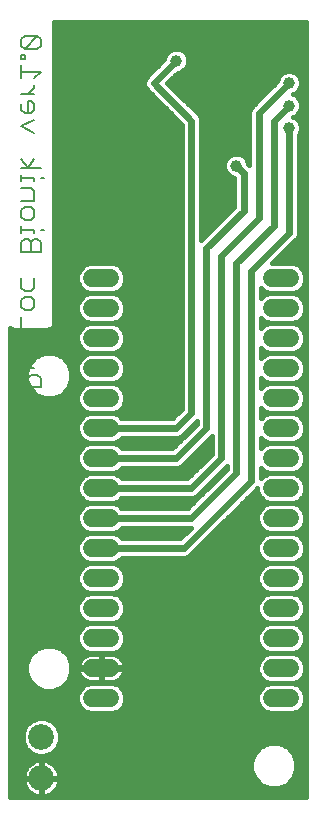
<source format=gbl>
G75*
%MOIN*%
%OFA0B0*%
%FSLAX24Y24*%
%IPPOS*%
%LPD*%
%AMOC8*
5,1,8,0,0,1.08239X$1,22.5*
%
%ADD10C,0.0060*%
%ADD11C,0.0600*%
%ADD12C,0.0860*%
%ADD13C,0.0160*%
%ADD14C,0.0240*%
%ADD15C,0.0396*%
D10*
X001599Y014036D02*
X002239Y014036D01*
X002239Y014356D01*
X002132Y014463D01*
X001919Y014463D01*
X001812Y014356D01*
X001812Y014036D01*
X001812Y014249D02*
X001599Y014463D01*
X001705Y014680D02*
X001599Y014787D01*
X001599Y015107D01*
X001492Y015107D02*
X001385Y015001D01*
X001385Y014894D01*
X001492Y015107D02*
X002026Y015107D01*
X001919Y015325D02*
X002026Y015432D01*
X002026Y015752D01*
X002239Y015969D02*
X001599Y015969D01*
X001599Y016396D01*
X001705Y016614D02*
X001599Y016721D01*
X001599Y016934D01*
X001705Y017041D01*
X001919Y017041D01*
X002026Y016934D01*
X002026Y016721D01*
X001919Y016614D01*
X001705Y016614D01*
X001705Y017259D02*
X001599Y017365D01*
X001599Y017686D01*
X001705Y017259D02*
X001919Y017259D01*
X002026Y017365D01*
X002026Y017686D01*
X001919Y018548D02*
X001919Y018868D01*
X001812Y018975D01*
X001705Y018975D01*
X001599Y018868D01*
X001599Y018548D01*
X002239Y018548D01*
X002239Y018868D01*
X002132Y018975D01*
X002026Y018975D01*
X001919Y018868D01*
X002026Y019192D02*
X002026Y019299D01*
X001599Y019299D01*
X001599Y019192D02*
X001599Y019406D01*
X001705Y019622D02*
X001599Y019729D01*
X001599Y019942D01*
X001705Y020049D01*
X001919Y020049D01*
X002026Y019942D01*
X002026Y019729D01*
X001919Y019622D01*
X001705Y019622D01*
X001599Y020266D02*
X002026Y020266D01*
X002026Y020587D01*
X001919Y020693D01*
X001599Y020693D01*
X001599Y020911D02*
X001599Y021125D01*
X001599Y021018D02*
X002026Y021018D01*
X002026Y020911D01*
X002239Y021018D02*
X002346Y021018D01*
X002239Y021341D02*
X001599Y021341D01*
X001812Y021341D02*
X001599Y021661D01*
X001812Y021341D02*
X002026Y021661D01*
X002026Y022522D02*
X001599Y022736D01*
X002026Y022949D01*
X001919Y023167D02*
X002026Y023274D01*
X002026Y023487D01*
X001919Y023594D01*
X001812Y023594D01*
X001812Y023167D01*
X001705Y023167D02*
X001919Y023167D01*
X001705Y023167D02*
X001599Y023274D01*
X001599Y023487D01*
X001599Y023811D02*
X002026Y023811D01*
X001812Y023811D02*
X002026Y024025D01*
X002026Y024132D01*
X002026Y024349D02*
X002239Y024562D01*
X001599Y024562D01*
X001599Y024349D02*
X001599Y024776D01*
X001599Y024993D02*
X001599Y025100D01*
X001705Y025100D01*
X001705Y024993D01*
X001599Y024993D01*
X001705Y025315D02*
X001599Y025422D01*
X001599Y025636D01*
X001705Y025742D01*
X002132Y025742D01*
X001705Y025315D01*
X002132Y025315D01*
X002239Y025422D01*
X002239Y025636D01*
X002132Y025742D01*
X002239Y019299D02*
X002346Y019299D01*
X001705Y015752D02*
X001599Y015645D01*
X001599Y015325D01*
X001812Y015645D02*
X001705Y015752D01*
X001812Y015645D02*
X001812Y015432D01*
X001919Y015325D01*
X002026Y014680D02*
X001705Y014680D01*
D11*
X003969Y014680D02*
X004569Y014680D01*
X004569Y013680D02*
X003969Y013680D01*
X003969Y012680D02*
X004569Y012680D01*
X004569Y011680D02*
X003969Y011680D01*
X003969Y010680D02*
X004569Y010680D01*
X004569Y009680D02*
X003969Y009680D01*
X003969Y008680D02*
X004569Y008680D01*
X004569Y007680D02*
X003969Y007680D01*
X003969Y006680D02*
X004569Y006680D01*
X004569Y005680D02*
X003969Y005680D01*
X003969Y004680D02*
X004569Y004680D01*
X004569Y003680D02*
X003969Y003680D01*
X003969Y015680D02*
X004569Y015680D01*
X004569Y016680D02*
X003969Y016680D01*
X003969Y017680D02*
X004569Y017680D01*
X009969Y017680D02*
X010569Y017680D01*
X010569Y016680D02*
X009969Y016680D01*
X009969Y015680D02*
X010569Y015680D01*
X010569Y014680D02*
X009969Y014680D01*
X009969Y013680D02*
X010569Y013680D01*
X010569Y012680D02*
X009969Y012680D01*
X009969Y011680D02*
X010569Y011680D01*
X010569Y010680D02*
X009969Y010680D01*
X009969Y009680D02*
X010569Y009680D01*
X010569Y008680D02*
X009969Y008680D01*
X009969Y007680D02*
X010569Y007680D01*
X010569Y006680D02*
X009969Y006680D01*
X009969Y005680D02*
X010569Y005680D01*
X010569Y004680D02*
X009969Y004680D01*
X009969Y003680D02*
X010569Y003680D01*
D12*
X002269Y002389D03*
X002269Y001011D03*
D13*
X001219Y000380D02*
X001219Y016004D01*
X001219Y016003D01*
X001238Y015991D01*
X001259Y015981D01*
X001280Y015974D01*
X001302Y015969D01*
X001324Y015966D01*
X002513Y015966D01*
X002535Y015969D01*
X002557Y015974D01*
X002578Y015981D01*
X002599Y015991D01*
X002618Y016003D01*
X002635Y016017D01*
X002651Y016033D01*
X002665Y016050D01*
X002677Y016069D01*
X002687Y016090D01*
X002694Y016111D01*
X002699Y016133D01*
X002702Y016155D01*
X002702Y026175D01*
X002699Y026197D01*
X002694Y026219D01*
X002692Y026226D01*
X011089Y026226D01*
X011089Y000380D01*
X001219Y000380D01*
X001219Y000509D02*
X001922Y000509D01*
X001949Y000489D02*
X002034Y000445D01*
X002126Y000416D01*
X002220Y000401D01*
X002250Y000401D01*
X002250Y000992D01*
X002287Y000992D01*
X002287Y000401D01*
X002317Y000401D01*
X002411Y000416D01*
X002503Y000445D01*
X002588Y000489D01*
X002666Y000545D01*
X002734Y000613D01*
X002790Y000691D01*
X002834Y000777D01*
X002863Y000868D01*
X002879Y000963D01*
X002879Y000992D01*
X002287Y000992D01*
X002287Y001029D01*
X002879Y001029D01*
X002879Y001059D01*
X002863Y001154D01*
X002834Y001245D01*
X002790Y001330D01*
X002734Y001408D01*
X002666Y001476D01*
X002588Y001532D01*
X002503Y001576D01*
X002411Y001606D01*
X002317Y001621D01*
X002287Y001621D01*
X002287Y001029D01*
X002250Y001029D01*
X002250Y000992D01*
X001659Y000992D01*
X001659Y000963D01*
X001674Y000868D01*
X001703Y000777D01*
X001747Y000691D01*
X001803Y000613D01*
X001871Y000545D01*
X001949Y000489D01*
X001764Y000667D02*
X001219Y000667D01*
X001219Y000826D02*
X001687Y000826D01*
X001659Y000984D02*
X001219Y000984D01*
X001219Y001143D02*
X001672Y001143D01*
X001674Y001154D02*
X001659Y001059D01*
X001659Y001029D01*
X002250Y001029D01*
X002250Y001621D01*
X002220Y001621D01*
X002126Y001606D01*
X002034Y001576D01*
X001949Y001532D01*
X001871Y001476D01*
X001803Y001408D01*
X001747Y001330D01*
X001703Y001245D01*
X001674Y001154D01*
X001732Y001301D02*
X001219Y001301D01*
X001219Y001460D02*
X001855Y001460D01*
X001912Y001855D02*
X001734Y002032D01*
X001639Y002263D01*
X001639Y002514D01*
X001734Y002746D01*
X001912Y002923D01*
X002143Y003019D01*
X002394Y003019D01*
X002625Y002923D01*
X002803Y002746D01*
X002899Y002514D01*
X002899Y002263D01*
X002803Y002032D01*
X002625Y001855D01*
X002394Y001759D01*
X002143Y001759D01*
X001912Y001855D01*
X001831Y001935D02*
X001219Y001935D01*
X001219Y001777D02*
X002100Y001777D01*
X002203Y001618D02*
X001219Y001618D01*
X001219Y002094D02*
X001709Y002094D01*
X001643Y002252D02*
X001219Y002252D01*
X001219Y002411D02*
X001639Y002411D01*
X001661Y002569D02*
X001219Y002569D01*
X001219Y002728D02*
X001727Y002728D01*
X001875Y002886D02*
X001219Y002886D01*
X001219Y003045D02*
X011089Y003045D01*
X011089Y003203D02*
X010724Y003203D01*
X010668Y003180D02*
X010852Y003256D01*
X010992Y003397D01*
X011069Y003581D01*
X011069Y003779D01*
X010992Y003963D01*
X010852Y004104D01*
X010668Y004180D01*
X009869Y004180D01*
X009685Y004104D01*
X009545Y003963D01*
X009469Y003779D01*
X009469Y003581D01*
X009545Y003397D01*
X009685Y003256D01*
X009869Y003180D01*
X010668Y003180D01*
X010957Y003362D02*
X011089Y003362D01*
X011089Y003520D02*
X011043Y003520D01*
X011069Y003679D02*
X011089Y003679D01*
X011089Y003837D02*
X011045Y003837D01*
X011089Y003996D02*
X010960Y003996D01*
X011089Y004154D02*
X010731Y004154D01*
X010668Y004180D02*
X010852Y004256D01*
X010992Y004397D01*
X011069Y004581D01*
X011069Y004779D01*
X010992Y004963D01*
X010852Y005104D01*
X010668Y005180D01*
X009869Y005180D01*
X009685Y005104D01*
X009545Y004963D01*
X009469Y004779D01*
X009469Y004581D01*
X009545Y004397D01*
X009685Y004256D01*
X009869Y004180D01*
X010668Y004180D01*
X010908Y004313D02*
X011089Y004313D01*
X011089Y004471D02*
X011023Y004471D01*
X011069Y004630D02*
X011089Y004630D01*
X011089Y004788D02*
X011065Y004788D01*
X011089Y004947D02*
X010999Y004947D01*
X011089Y005105D02*
X010849Y005105D01*
X010852Y005256D02*
X010668Y005180D01*
X009869Y005180D01*
X009685Y005256D01*
X009545Y005397D01*
X009469Y005581D01*
X009469Y005779D01*
X009545Y005963D01*
X009685Y006104D01*
X009869Y006180D01*
X010668Y006180D01*
X010852Y006104D01*
X010992Y005963D01*
X011069Y005779D01*
X011069Y005581D01*
X010992Y005397D01*
X010852Y005256D01*
X010859Y005264D02*
X011089Y005264D01*
X011089Y005422D02*
X011003Y005422D01*
X011068Y005581D02*
X011089Y005581D01*
X011089Y005739D02*
X011069Y005739D01*
X011089Y005898D02*
X011020Y005898D01*
X011089Y006056D02*
X010900Y006056D01*
X010852Y006256D02*
X010992Y006397D01*
X011069Y006581D01*
X011069Y006779D01*
X010992Y006963D01*
X010852Y007104D01*
X010668Y007180D01*
X009869Y007180D01*
X009685Y007104D01*
X009545Y006963D01*
X009469Y006779D01*
X009469Y006581D01*
X009545Y006397D01*
X009685Y006256D01*
X009869Y006180D01*
X010668Y006180D01*
X010852Y006256D01*
X010751Y006215D02*
X011089Y006215D01*
X011089Y006373D02*
X010969Y006373D01*
X011048Y006532D02*
X011089Y006532D01*
X011089Y006690D02*
X011069Y006690D01*
X011089Y006849D02*
X011040Y006849D01*
X011089Y007007D02*
X010949Y007007D01*
X011089Y007166D02*
X010703Y007166D01*
X010668Y007180D02*
X010852Y007256D01*
X010992Y007397D01*
X011069Y007581D01*
X011069Y007779D01*
X010992Y007963D01*
X010852Y008104D01*
X010668Y008180D01*
X009869Y008180D01*
X009685Y008104D01*
X009545Y007963D01*
X009469Y007779D01*
X009469Y007581D01*
X009545Y007397D01*
X009685Y007256D01*
X009869Y007180D01*
X010668Y007180D01*
X010920Y007324D02*
X011089Y007324D01*
X011089Y007483D02*
X011028Y007483D01*
X011069Y007641D02*
X011089Y007641D01*
X011089Y007800D02*
X011060Y007800D01*
X011089Y007958D02*
X010995Y007958D01*
X011089Y008117D02*
X010821Y008117D01*
X010852Y008256D02*
X010992Y008397D01*
X011069Y008581D01*
X011069Y008779D01*
X010992Y008963D01*
X010852Y009104D01*
X010668Y009180D01*
X009869Y009180D01*
X009685Y009104D01*
X009545Y008963D01*
X009469Y008779D01*
X009469Y008581D01*
X009545Y008397D01*
X009685Y008256D01*
X009869Y008180D01*
X010668Y008180D01*
X010852Y008256D01*
X010871Y008275D02*
X011089Y008275D01*
X011089Y008434D02*
X011008Y008434D01*
X011069Y008592D02*
X011089Y008592D01*
X011089Y008751D02*
X011069Y008751D01*
X011089Y008909D02*
X011015Y008909D01*
X011089Y009068D02*
X010888Y009068D01*
X010852Y009256D02*
X010992Y009397D01*
X011069Y009581D01*
X011069Y009779D01*
X010992Y009963D01*
X010852Y010104D01*
X010668Y010180D01*
X009869Y010180D01*
X009685Y010104D01*
X009545Y009963D01*
X009469Y009779D01*
X009469Y009581D01*
X009545Y009397D01*
X009685Y009256D01*
X009869Y009180D01*
X010668Y009180D01*
X010852Y009256D01*
X010779Y009226D02*
X011089Y009226D01*
X011089Y009385D02*
X010980Y009385D01*
X011053Y009543D02*
X011089Y009543D01*
X011089Y009702D02*
X011069Y009702D01*
X011089Y009860D02*
X011035Y009860D01*
X011089Y010019D02*
X010937Y010019D01*
X011089Y010177D02*
X010675Y010177D01*
X010668Y010180D02*
X010852Y010256D01*
X010992Y010397D01*
X011069Y010581D01*
X011069Y010779D01*
X010992Y010963D01*
X010852Y011104D01*
X010668Y011180D01*
X010852Y011256D01*
X010992Y011397D01*
X011069Y011581D01*
X011069Y011779D01*
X010992Y011963D01*
X010852Y012104D01*
X010668Y012180D01*
X010852Y012256D01*
X010992Y012397D01*
X011069Y012581D01*
X011069Y012779D01*
X010992Y012963D01*
X010852Y013104D01*
X010668Y013180D01*
X010852Y013256D01*
X010992Y013397D01*
X011069Y013581D01*
X011069Y013779D01*
X010992Y013963D01*
X010852Y014104D01*
X010668Y014180D01*
X010852Y014256D01*
X010992Y014397D01*
X011069Y014581D01*
X011069Y014779D01*
X010992Y014963D01*
X010852Y015104D01*
X010668Y015180D01*
X010852Y015256D01*
X010992Y015397D01*
X011069Y015581D01*
X011069Y015779D01*
X010992Y015963D01*
X010852Y016104D01*
X010668Y016180D01*
X010852Y016256D01*
X010992Y016397D01*
X011069Y016581D01*
X011069Y016779D01*
X010992Y016963D01*
X010852Y017104D01*
X010668Y017180D01*
X010852Y017256D01*
X010992Y017397D01*
X011069Y017581D01*
X011069Y017779D01*
X010992Y017963D01*
X010852Y018104D01*
X010668Y018180D01*
X009971Y018180D01*
X010700Y018909D01*
X010790Y018999D01*
X010839Y019116D01*
X010839Y022437D01*
X010856Y022454D01*
X010917Y022601D01*
X010917Y022759D01*
X010856Y022906D01*
X010744Y023018D01*
X010653Y023055D01*
X010744Y023092D01*
X010856Y023204D01*
X010917Y023351D01*
X010917Y023509D01*
X010856Y023656D01*
X010744Y023768D01*
X010653Y023805D01*
X010744Y023842D01*
X010856Y023954D01*
X010917Y024101D01*
X010917Y024259D01*
X010856Y024406D01*
X010744Y024518D01*
X010598Y024578D01*
X010439Y024578D01*
X010293Y024518D01*
X010181Y024406D01*
X010120Y024259D01*
X010120Y024234D01*
X009337Y023451D01*
X009247Y023361D01*
X009199Y023244D01*
X009199Y021453D01*
X009167Y021484D01*
X009167Y021509D01*
X009106Y021656D01*
X008994Y021768D01*
X008848Y021828D01*
X008689Y021828D01*
X008543Y021768D01*
X008431Y021656D01*
X008370Y021509D01*
X008370Y021351D01*
X008431Y021204D01*
X008543Y021092D01*
X008689Y021032D01*
X008699Y021032D01*
X008699Y020063D01*
X007589Y018953D01*
X007589Y022994D01*
X007540Y023111D01*
X006471Y024180D01*
X006823Y024532D01*
X006848Y024532D01*
X006994Y024592D01*
X007106Y024704D01*
X007167Y024851D01*
X007167Y025009D01*
X007106Y025156D01*
X006994Y025268D01*
X006848Y025328D01*
X006689Y025328D01*
X006543Y025268D01*
X006431Y025156D01*
X006370Y025009D01*
X006370Y024984D01*
X005837Y024451D01*
X005747Y024361D01*
X005699Y024244D01*
X005699Y024116D01*
X005747Y023999D01*
X006949Y022797D01*
X006949Y013313D01*
X006636Y013000D01*
X004956Y013000D01*
X004852Y013104D01*
X004668Y013180D01*
X004852Y013256D01*
X004992Y013397D01*
X005069Y013581D01*
X005069Y013779D01*
X004992Y013963D01*
X004852Y014104D01*
X004668Y014180D01*
X003869Y014180D01*
X003685Y014104D01*
X003545Y013963D01*
X003469Y013779D01*
X003469Y013581D01*
X003545Y013397D01*
X003685Y013256D01*
X003869Y013180D01*
X004668Y013180D01*
X003869Y013180D01*
X003685Y013104D01*
X003545Y012963D01*
X003469Y012779D01*
X003469Y012581D01*
X003545Y012397D01*
X003685Y012256D01*
X003869Y012180D01*
X003685Y012104D01*
X003545Y011963D01*
X003469Y011779D01*
X003469Y011581D01*
X003545Y011397D01*
X003685Y011256D01*
X003869Y011180D01*
X003685Y011104D01*
X003545Y010963D01*
X003469Y010779D01*
X003469Y010581D01*
X003545Y010397D01*
X003685Y010256D01*
X003869Y010180D01*
X003685Y010104D01*
X003545Y009963D01*
X003469Y009779D01*
X003469Y009581D01*
X003545Y009397D01*
X003685Y009256D01*
X003869Y009180D01*
X003685Y009104D01*
X003545Y008963D01*
X003469Y008779D01*
X003469Y008581D01*
X003545Y008397D01*
X003685Y008256D01*
X003869Y008180D01*
X003685Y008104D01*
X003545Y007963D01*
X003469Y007779D01*
X003469Y007581D01*
X003545Y007397D01*
X003685Y007256D01*
X003869Y007180D01*
X003685Y007104D01*
X003545Y006963D01*
X003469Y006779D01*
X003469Y006581D01*
X003545Y006397D01*
X003685Y006256D01*
X003869Y006180D01*
X003685Y006104D01*
X003545Y005963D01*
X003469Y005779D01*
X003469Y005581D01*
X003545Y005397D01*
X003685Y005256D01*
X003869Y005180D01*
X004668Y005180D01*
X004852Y005256D01*
X004992Y005397D01*
X005069Y005581D01*
X005069Y005779D01*
X004992Y005963D01*
X004852Y006104D01*
X004668Y006180D01*
X003869Y006180D01*
X004668Y006180D01*
X004852Y006256D01*
X004992Y006397D01*
X005069Y006581D01*
X005069Y006779D01*
X004992Y006963D01*
X004852Y007104D01*
X004668Y007180D01*
X003869Y007180D01*
X004668Y007180D01*
X004852Y007256D01*
X004992Y007397D01*
X005069Y007581D01*
X005069Y007779D01*
X004992Y007963D01*
X004852Y008104D01*
X004668Y008180D01*
X003869Y008180D01*
X004668Y008180D01*
X004852Y008256D01*
X004956Y008360D01*
X007082Y008360D01*
X007200Y008409D01*
X009450Y010659D01*
X009469Y010677D01*
X009469Y010581D01*
X009545Y010397D01*
X009685Y010256D01*
X009869Y010180D01*
X010668Y010180D01*
X010931Y010336D02*
X011089Y010336D01*
X011089Y010494D02*
X011033Y010494D01*
X011069Y010653D02*
X011089Y010653D01*
X011089Y010811D02*
X011055Y010811D01*
X011089Y010970D02*
X010986Y010970D01*
X011089Y011128D02*
X010793Y011128D01*
X010668Y011180D02*
X009869Y011180D01*
X010668Y011180D01*
X010882Y011287D02*
X011089Y011287D01*
X011089Y011445D02*
X011012Y011445D01*
X011069Y011604D02*
X011089Y011604D01*
X011089Y011762D02*
X011069Y011762D01*
X011089Y011921D02*
X011010Y011921D01*
X011089Y012079D02*
X010877Y012079D01*
X010807Y012238D02*
X011089Y012238D01*
X011089Y012396D02*
X010992Y012396D01*
X011058Y012555D02*
X011089Y012555D01*
X011089Y012713D02*
X011069Y012713D01*
X011089Y012872D02*
X011030Y012872D01*
X011089Y013030D02*
X010926Y013030D01*
X011089Y013189D02*
X010689Y013189D01*
X010668Y013180D02*
X009869Y013180D01*
X009685Y013256D01*
X009589Y013353D01*
X009589Y013007D01*
X009685Y013104D01*
X009869Y013180D01*
X010668Y013180D01*
X010943Y013347D02*
X011089Y013347D01*
X011089Y013506D02*
X011037Y013506D01*
X011069Y013664D02*
X011089Y013664D01*
X011089Y013823D02*
X011051Y013823D01*
X011089Y013981D02*
X010975Y013981D01*
X011089Y014140D02*
X010766Y014140D01*
X010668Y014180D02*
X009869Y014180D01*
X010668Y014180D01*
X010894Y014298D02*
X011089Y014298D01*
X011089Y014457D02*
X011017Y014457D01*
X011069Y014615D02*
X011089Y014615D01*
X011089Y014774D02*
X011069Y014774D01*
X011089Y014932D02*
X011005Y014932D01*
X011089Y015091D02*
X010865Y015091D01*
X010835Y015249D02*
X011089Y015249D01*
X011089Y015408D02*
X010997Y015408D01*
X011062Y015566D02*
X011089Y015566D01*
X011089Y015725D02*
X011069Y015725D01*
X011089Y015883D02*
X011026Y015883D01*
X011089Y016042D02*
X010914Y016042D01*
X011089Y016200D02*
X010716Y016200D01*
X010668Y016180D02*
X009869Y016180D01*
X009685Y016256D01*
X009589Y016353D01*
X009589Y016007D01*
X009685Y016104D01*
X009869Y016180D01*
X010668Y016180D01*
X010954Y016359D02*
X011089Y016359D01*
X011089Y016517D02*
X011042Y016517D01*
X011069Y016676D02*
X011089Y016676D01*
X011089Y016834D02*
X011046Y016834D01*
X011089Y016993D02*
X010963Y016993D01*
X011089Y017151D02*
X010738Y017151D01*
X010668Y017180D02*
X009869Y017180D01*
X009685Y017256D01*
X009589Y017353D01*
X009589Y017007D01*
X009685Y017104D01*
X009869Y017180D01*
X010668Y017180D01*
X010905Y017310D02*
X011089Y017310D01*
X011089Y017468D02*
X011022Y017468D01*
X011069Y017627D02*
X011089Y017627D01*
X011089Y017785D02*
X011066Y017785D01*
X011089Y017944D02*
X011001Y017944D01*
X011089Y018102D02*
X010854Y018102D01*
X011089Y018261D02*
X010052Y018261D01*
X010210Y018419D02*
X011089Y018419D01*
X011089Y018578D02*
X010369Y018578D01*
X010527Y018736D02*
X011089Y018736D01*
X011089Y018895D02*
X010686Y018895D01*
X010812Y019053D02*
X011089Y019053D01*
X011089Y019212D02*
X010839Y019212D01*
X010839Y019370D02*
X011089Y019370D01*
X011089Y019529D02*
X010839Y019529D01*
X010839Y019687D02*
X011089Y019687D01*
X011089Y019846D02*
X010839Y019846D01*
X010839Y020004D02*
X011089Y020004D01*
X011089Y020163D02*
X010839Y020163D01*
X010839Y020321D02*
X011089Y020321D01*
X011089Y020480D02*
X010839Y020480D01*
X010839Y020638D02*
X011089Y020638D01*
X011089Y020797D02*
X010839Y020797D01*
X010839Y020955D02*
X011089Y020955D01*
X011089Y021114D02*
X010839Y021114D01*
X010839Y021272D02*
X011089Y021272D01*
X011089Y021431D02*
X010839Y021431D01*
X010839Y021589D02*
X011089Y021589D01*
X011089Y021748D02*
X010839Y021748D01*
X010839Y021906D02*
X011089Y021906D01*
X011089Y022065D02*
X010839Y022065D01*
X010839Y022223D02*
X011089Y022223D01*
X011089Y022382D02*
X010839Y022382D01*
X010891Y022540D02*
X011089Y022540D01*
X011089Y022699D02*
X010917Y022699D01*
X010876Y022857D02*
X011089Y022857D01*
X011089Y023016D02*
X010746Y023016D01*
X010826Y023174D02*
X011089Y023174D01*
X011089Y023333D02*
X010909Y023333D01*
X010917Y023491D02*
X011089Y023491D01*
X011089Y023650D02*
X010858Y023650D01*
X010661Y023808D02*
X011089Y023808D01*
X011089Y023967D02*
X010861Y023967D01*
X010917Y024125D02*
X011089Y024125D01*
X011089Y024284D02*
X010907Y024284D01*
X010819Y024442D02*
X011089Y024442D01*
X011089Y024601D02*
X007002Y024601D01*
X007129Y024759D02*
X011089Y024759D01*
X011089Y024918D02*
X007167Y024918D01*
X007139Y025076D02*
X011089Y025076D01*
X011089Y025235D02*
X007027Y025235D01*
X006733Y024442D02*
X010218Y024442D01*
X010130Y024284D02*
X006575Y024284D01*
X006526Y024125D02*
X010011Y024125D01*
X009852Y023967D02*
X006685Y023967D01*
X006843Y023808D02*
X009694Y023808D01*
X009535Y023650D02*
X007002Y023650D01*
X007160Y023491D02*
X009377Y023491D01*
X009235Y023333D02*
X007319Y023333D01*
X007477Y023174D02*
X009199Y023174D01*
X009199Y023016D02*
X007579Y023016D01*
X007589Y022857D02*
X009199Y022857D01*
X009199Y022699D02*
X007589Y022699D01*
X007589Y022540D02*
X009199Y022540D01*
X009199Y022382D02*
X007589Y022382D01*
X007589Y022223D02*
X009199Y022223D01*
X009199Y022065D02*
X007589Y022065D01*
X007589Y021906D02*
X009199Y021906D01*
X009199Y021748D02*
X009014Y021748D01*
X009134Y021589D02*
X009199Y021589D01*
X008699Y020955D02*
X007589Y020955D01*
X007589Y020797D02*
X008699Y020797D01*
X008699Y020638D02*
X007589Y020638D01*
X007589Y020480D02*
X008699Y020480D01*
X008699Y020321D02*
X007589Y020321D01*
X007589Y020163D02*
X008699Y020163D01*
X008640Y020004D02*
X007589Y020004D01*
X007589Y019846D02*
X008481Y019846D01*
X008323Y019687D02*
X007589Y019687D01*
X007589Y019529D02*
X008164Y019529D01*
X008006Y019370D02*
X007589Y019370D01*
X007589Y019212D02*
X007847Y019212D01*
X007689Y019053D02*
X007589Y019053D01*
X006949Y019053D02*
X002702Y019053D01*
X002702Y018895D02*
X006949Y018895D01*
X006949Y018736D02*
X002702Y018736D01*
X002702Y018578D02*
X006949Y018578D01*
X006949Y018419D02*
X002702Y018419D01*
X002702Y018261D02*
X006949Y018261D01*
X006949Y018102D02*
X004854Y018102D01*
X004852Y018104D02*
X004668Y018180D01*
X003869Y018180D01*
X003685Y018104D01*
X003545Y017963D01*
X003469Y017779D01*
X003469Y017581D01*
X003545Y017397D01*
X003685Y017256D01*
X003869Y017180D01*
X003685Y017104D01*
X003545Y016963D01*
X003469Y016779D01*
X003469Y016581D01*
X003545Y016397D01*
X003685Y016256D01*
X003869Y016180D01*
X003685Y016104D01*
X003545Y015963D01*
X003469Y015779D01*
X003469Y015581D01*
X003545Y015397D01*
X003685Y015256D01*
X003869Y015180D01*
X003685Y015104D01*
X003545Y014963D01*
X003469Y014779D01*
X003469Y014581D01*
X003545Y014397D01*
X003685Y014256D01*
X003869Y014180D01*
X004668Y014180D01*
X004852Y014256D01*
X004992Y014397D01*
X005069Y014581D01*
X005069Y014779D01*
X004992Y014963D01*
X004852Y015104D01*
X004668Y015180D01*
X003869Y015180D01*
X004668Y015180D01*
X004852Y015256D01*
X004992Y015397D01*
X005069Y015581D01*
X005069Y015779D01*
X004992Y015963D01*
X004852Y016104D01*
X004668Y016180D01*
X003869Y016180D01*
X004668Y016180D01*
X004852Y016256D01*
X004992Y016397D01*
X005069Y016581D01*
X005069Y016779D01*
X004992Y016963D01*
X004852Y017104D01*
X004668Y017180D01*
X003869Y017180D01*
X004668Y017180D01*
X004852Y017256D01*
X004992Y017397D01*
X005069Y017581D01*
X005069Y017779D01*
X004992Y017963D01*
X004852Y018104D01*
X005001Y017944D02*
X006949Y017944D01*
X006949Y017785D02*
X005066Y017785D01*
X005069Y017627D02*
X006949Y017627D01*
X006949Y017468D02*
X005022Y017468D01*
X004905Y017310D02*
X006949Y017310D01*
X006949Y017151D02*
X004738Y017151D01*
X004963Y016993D02*
X006949Y016993D01*
X006949Y016834D02*
X005046Y016834D01*
X005069Y016676D02*
X006949Y016676D01*
X006949Y016517D02*
X005042Y016517D01*
X004954Y016359D02*
X006949Y016359D01*
X006949Y016200D02*
X004716Y016200D01*
X004914Y016042D02*
X006949Y016042D01*
X006949Y015883D02*
X005026Y015883D01*
X005069Y015725D02*
X006949Y015725D01*
X006949Y015566D02*
X005062Y015566D01*
X004997Y015408D02*
X006949Y015408D01*
X006949Y015249D02*
X004835Y015249D01*
X004865Y015091D02*
X006949Y015091D01*
X006949Y014932D02*
X005005Y014932D01*
X005069Y014774D02*
X006949Y014774D01*
X006949Y014615D02*
X005069Y014615D01*
X005017Y014457D02*
X006949Y014457D01*
X006949Y014298D02*
X004894Y014298D01*
X004766Y014140D02*
X006949Y014140D01*
X006949Y013981D02*
X004975Y013981D01*
X005051Y013823D02*
X006949Y013823D01*
X006949Y013664D02*
X005069Y013664D01*
X005037Y013506D02*
X006949Y013506D01*
X006949Y013347D02*
X004943Y013347D01*
X004926Y013030D02*
X006666Y013030D01*
X006824Y013189D02*
X004689Y013189D01*
X004956Y012360D02*
X006832Y012360D01*
X006950Y012409D01*
X007449Y012907D01*
X007449Y012813D01*
X006636Y012000D01*
X004956Y012000D01*
X004852Y012104D01*
X004668Y012180D01*
X003869Y012180D01*
X004668Y012180D01*
X004852Y012256D01*
X004956Y012360D01*
X004807Y012238D02*
X006873Y012238D01*
X006919Y012396D02*
X007032Y012396D01*
X007096Y012555D02*
X007190Y012555D01*
X007254Y012713D02*
X007349Y012713D01*
X007413Y012872D02*
X007449Y012872D01*
X007779Y012238D02*
X007949Y012238D01*
X007937Y012396D02*
X007949Y012396D01*
X007949Y012407D02*
X007949Y011813D01*
X007136Y011000D01*
X004956Y011000D01*
X004852Y011104D01*
X004668Y011180D01*
X003869Y011180D01*
X004668Y011180D01*
X004852Y011256D01*
X004956Y011360D01*
X006832Y011360D01*
X006950Y011409D01*
X007949Y012407D01*
X007949Y012079D02*
X007620Y012079D01*
X007462Y011921D02*
X007949Y011921D01*
X007898Y011762D02*
X007303Y011762D01*
X007145Y011604D02*
X007739Y011604D01*
X007581Y011445D02*
X006986Y011445D01*
X007264Y011128D02*
X004793Y011128D01*
X004882Y011287D02*
X007422Y011287D01*
X007694Y010653D02*
X007788Y010653D01*
X007852Y010811D02*
X007947Y010811D01*
X008011Y010970D02*
X008105Y010970D01*
X008169Y011128D02*
X008264Y011128D01*
X008328Y011287D02*
X008422Y011287D01*
X008449Y011313D02*
X007136Y010000D01*
X004956Y010000D01*
X004852Y010104D01*
X004668Y010180D01*
X003869Y010180D01*
X004668Y010180D01*
X004852Y010256D01*
X004956Y010360D01*
X007332Y010360D01*
X007450Y010409D01*
X008449Y011407D01*
X008449Y011313D01*
X008968Y010177D02*
X009862Y010177D01*
X009606Y010336D02*
X009127Y010336D01*
X009285Y010494D02*
X009504Y010494D01*
X009469Y010653D02*
X009444Y010653D01*
X009589Y011007D02*
X009589Y011353D01*
X009685Y011256D01*
X009869Y011180D01*
X009685Y011104D01*
X009589Y011007D01*
X009589Y011128D02*
X009744Y011128D01*
X009655Y011287D02*
X009589Y011287D01*
X009589Y012007D02*
X009589Y012353D01*
X009685Y012256D01*
X009869Y012180D01*
X010668Y012180D01*
X009869Y012180D01*
X009685Y012104D01*
X009589Y012007D01*
X009589Y012079D02*
X009660Y012079D01*
X009730Y012238D02*
X009589Y012238D01*
X009589Y013030D02*
X009611Y013030D01*
X009589Y013189D02*
X009848Y013189D01*
X009594Y013347D02*
X009589Y013347D01*
X009589Y014007D02*
X009589Y014353D01*
X009685Y014256D01*
X009869Y014180D01*
X009685Y014104D01*
X009589Y014007D01*
X009589Y014140D02*
X009771Y014140D01*
X009643Y014298D02*
X009589Y014298D01*
X009589Y015007D02*
X009589Y015353D01*
X009685Y015256D01*
X009869Y015180D01*
X010668Y015180D01*
X009869Y015180D01*
X009685Y015104D01*
X009589Y015007D01*
X009589Y015091D02*
X009672Y015091D01*
X009702Y015249D02*
X009589Y015249D01*
X009589Y016042D02*
X009623Y016042D01*
X009589Y016200D02*
X009821Y016200D01*
X009799Y017151D02*
X009589Y017151D01*
X009589Y017310D02*
X009632Y017310D01*
X008522Y021114D02*
X007589Y021114D01*
X007589Y021272D02*
X008403Y021272D01*
X008370Y021431D02*
X007589Y021431D01*
X007589Y021589D02*
X008403Y021589D01*
X008523Y021748D02*
X007589Y021748D01*
X006949Y021748D02*
X002702Y021748D01*
X002702Y021906D02*
X006949Y021906D01*
X006949Y022065D02*
X002702Y022065D01*
X002702Y022223D02*
X006949Y022223D01*
X006949Y022382D02*
X002702Y022382D01*
X002702Y022540D02*
X006949Y022540D01*
X006949Y022699D02*
X002702Y022699D01*
X002702Y022857D02*
X006889Y022857D01*
X006730Y023016D02*
X002702Y023016D01*
X002702Y023174D02*
X006572Y023174D01*
X006413Y023333D02*
X002702Y023333D01*
X002702Y023491D02*
X006255Y023491D01*
X006096Y023650D02*
X002702Y023650D01*
X002702Y023808D02*
X005938Y023808D01*
X005779Y023967D02*
X002702Y023967D01*
X002702Y024125D02*
X005699Y024125D01*
X005715Y024284D02*
X002702Y024284D01*
X002702Y024442D02*
X005828Y024442D01*
X005837Y024451D02*
X005837Y024451D01*
X005986Y024601D02*
X002702Y024601D01*
X002702Y024759D02*
X006145Y024759D01*
X006304Y024918D02*
X002702Y024918D01*
X002702Y025076D02*
X006398Y025076D01*
X006510Y025235D02*
X002702Y025235D01*
X002702Y025393D02*
X011089Y025393D01*
X011089Y025552D02*
X002702Y025552D01*
X002702Y025710D02*
X011089Y025710D01*
X011089Y025869D02*
X002702Y025869D01*
X002702Y026027D02*
X011089Y026027D01*
X011089Y026186D02*
X002701Y026186D01*
X002702Y021589D02*
X006949Y021589D01*
X006949Y021431D02*
X002702Y021431D01*
X002702Y021272D02*
X006949Y021272D01*
X006949Y021114D02*
X002702Y021114D01*
X002702Y020955D02*
X006949Y020955D01*
X006949Y020797D02*
X002702Y020797D01*
X002702Y020638D02*
X006949Y020638D01*
X006949Y020480D02*
X002702Y020480D01*
X002702Y020321D02*
X006949Y020321D01*
X006949Y020163D02*
X002702Y020163D01*
X002702Y020004D02*
X006949Y020004D01*
X006949Y019846D02*
X002702Y019846D01*
X002702Y019687D02*
X006949Y019687D01*
X006949Y019529D02*
X002702Y019529D01*
X002702Y019370D02*
X006949Y019370D01*
X006949Y019212D02*
X002702Y019212D01*
X002702Y018102D02*
X003683Y018102D01*
X003536Y017944D02*
X002702Y017944D01*
X002702Y017785D02*
X003471Y017785D01*
X003469Y017627D02*
X002702Y017627D01*
X002702Y017468D02*
X003515Y017468D01*
X003632Y017310D02*
X002702Y017310D01*
X002702Y017151D02*
X003799Y017151D01*
X003574Y016993D02*
X002702Y016993D01*
X002702Y016834D02*
X003491Y016834D01*
X003469Y016676D02*
X002702Y016676D01*
X002702Y016517D02*
X003495Y016517D01*
X003583Y016359D02*
X002702Y016359D01*
X002702Y016200D02*
X003821Y016200D01*
X003623Y016042D02*
X002658Y016042D01*
X002668Y015181D02*
X002369Y015181D01*
X002093Y015067D01*
X001882Y014856D01*
X001767Y014579D01*
X001767Y014281D01*
X001882Y014004D01*
X002093Y013793D01*
X002369Y013679D01*
X002668Y013679D01*
X002944Y013793D01*
X003155Y014004D01*
X003270Y014281D01*
X003270Y014579D01*
X003155Y014856D01*
X002944Y015067D01*
X002668Y015181D01*
X002887Y015091D02*
X003672Y015091D01*
X003702Y015249D02*
X001219Y015249D01*
X001219Y015091D02*
X002150Y015091D01*
X001958Y014932D02*
X001219Y014932D01*
X001219Y014774D02*
X001848Y014774D01*
X001782Y014615D02*
X001219Y014615D01*
X001219Y014457D02*
X001767Y014457D01*
X001767Y014298D02*
X001219Y014298D01*
X001219Y014140D02*
X001826Y014140D01*
X001905Y013981D02*
X001219Y013981D01*
X001219Y013823D02*
X002064Y013823D01*
X001219Y013664D02*
X003469Y013664D01*
X003486Y013823D02*
X002973Y013823D01*
X003132Y013981D02*
X003562Y013981D01*
X003771Y014140D02*
X003211Y014140D01*
X003270Y014298D02*
X003643Y014298D01*
X003520Y014457D02*
X003270Y014457D01*
X003255Y014615D02*
X003469Y014615D01*
X003469Y014774D02*
X003189Y014774D01*
X003079Y014932D02*
X003532Y014932D01*
X003540Y015408D02*
X001219Y015408D01*
X001219Y015566D02*
X003475Y015566D01*
X003469Y015725D02*
X001219Y015725D01*
X001219Y015883D02*
X003511Y015883D01*
X003500Y013506D02*
X001219Y013506D01*
X001219Y013347D02*
X003594Y013347D01*
X003611Y013030D02*
X001219Y013030D01*
X001219Y012872D02*
X003507Y012872D01*
X003469Y012713D02*
X001219Y012713D01*
X001219Y012555D02*
X003479Y012555D01*
X003545Y012396D02*
X001219Y012396D01*
X001219Y012238D02*
X003730Y012238D01*
X003660Y012079D02*
X001219Y012079D01*
X001219Y011921D02*
X003527Y011921D01*
X003469Y011762D02*
X001219Y011762D01*
X001219Y011604D02*
X003469Y011604D01*
X003525Y011445D02*
X001219Y011445D01*
X001219Y011287D02*
X003655Y011287D01*
X003744Y011128D02*
X001219Y011128D01*
X001219Y010970D02*
X003551Y010970D01*
X003482Y010811D02*
X001219Y010811D01*
X001219Y010653D02*
X003469Y010653D01*
X003504Y010494D02*
X001219Y010494D01*
X001219Y010336D02*
X003606Y010336D01*
X003862Y010177D02*
X001219Y010177D01*
X001219Y010019D02*
X003600Y010019D01*
X003502Y009860D02*
X001219Y009860D01*
X001219Y009702D02*
X003469Y009702D01*
X003484Y009543D02*
X001219Y009543D01*
X001219Y009385D02*
X003557Y009385D01*
X003758Y009226D02*
X001219Y009226D01*
X001219Y009068D02*
X003649Y009068D01*
X003522Y008909D02*
X001219Y008909D01*
X001219Y008751D02*
X003469Y008751D01*
X003469Y008592D02*
X001219Y008592D01*
X001219Y008434D02*
X003529Y008434D01*
X003542Y007958D02*
X001219Y007958D01*
X001219Y007800D02*
X003477Y007800D01*
X003469Y007641D02*
X001219Y007641D01*
X001219Y007483D02*
X003509Y007483D01*
X003617Y007324D02*
X001219Y007324D01*
X001219Y007166D02*
X003834Y007166D01*
X003588Y007007D02*
X001219Y007007D01*
X001219Y006849D02*
X003497Y006849D01*
X003469Y006690D02*
X001219Y006690D01*
X001219Y006532D02*
X003489Y006532D01*
X003568Y006373D02*
X001219Y006373D01*
X001219Y006215D02*
X003786Y006215D01*
X003637Y006056D02*
X001219Y006056D01*
X001219Y005898D02*
X003517Y005898D01*
X003469Y005739D02*
X001219Y005739D01*
X001219Y005581D02*
X003469Y005581D01*
X003534Y005422D02*
X002690Y005422D01*
X002668Y005431D02*
X002369Y005431D01*
X002093Y005317D01*
X001882Y005106D01*
X001767Y004829D01*
X001767Y004531D01*
X001882Y004254D01*
X002093Y004043D01*
X002369Y003929D01*
X002668Y003929D01*
X002944Y004043D01*
X003155Y004254D01*
X003270Y004531D01*
X003270Y004829D01*
X003155Y005106D01*
X002944Y005317D01*
X002668Y005431D01*
X002347Y005422D02*
X001219Y005422D01*
X001219Y005264D02*
X002040Y005264D01*
X001881Y005105D02*
X001219Y005105D01*
X001219Y004947D02*
X001816Y004947D01*
X001767Y004788D02*
X001219Y004788D01*
X001219Y004630D02*
X001767Y004630D01*
X001792Y004471D02*
X001219Y004471D01*
X001219Y004313D02*
X001858Y004313D01*
X001982Y004154D02*
X001219Y004154D01*
X001219Y003996D02*
X002208Y003996D01*
X002662Y002886D02*
X011089Y002886D01*
X011089Y002728D02*
X002810Y002728D01*
X002876Y002569D02*
X011089Y002569D01*
X011089Y002411D02*
X002899Y002411D01*
X002894Y002252D02*
X011089Y002252D01*
X011089Y002094D02*
X010380Y002094D01*
X010444Y002067D02*
X010168Y002181D01*
X009869Y002181D01*
X009593Y002067D01*
X009382Y001856D01*
X009267Y001579D01*
X009267Y001281D01*
X009382Y001004D01*
X009593Y000793D01*
X009869Y000679D01*
X010168Y000679D01*
X010444Y000793D01*
X010655Y001004D01*
X010770Y001281D01*
X010770Y001579D01*
X010655Y001856D01*
X010444Y002067D01*
X010576Y001935D02*
X011089Y001935D01*
X011089Y001777D02*
X010688Y001777D01*
X010754Y001618D02*
X011089Y001618D01*
X011089Y001460D02*
X010770Y001460D01*
X010770Y001301D02*
X011089Y001301D01*
X011089Y001143D02*
X010712Y001143D01*
X010635Y000984D02*
X011089Y000984D01*
X011089Y000826D02*
X010476Y000826D01*
X011089Y000667D02*
X002773Y000667D01*
X002850Y000826D02*
X009561Y000826D01*
X009402Y000984D02*
X002879Y000984D01*
X002865Y001143D02*
X009325Y001143D01*
X009267Y001301D02*
X002805Y001301D01*
X002682Y001460D02*
X009267Y001460D01*
X009283Y001618D02*
X002334Y001618D01*
X002287Y001618D02*
X002250Y001618D01*
X002250Y001460D02*
X002287Y001460D01*
X002287Y001301D02*
X002250Y001301D01*
X002250Y001143D02*
X002287Y001143D01*
X002287Y000984D02*
X002250Y000984D01*
X002250Y000826D02*
X002287Y000826D01*
X002287Y000667D02*
X002250Y000667D01*
X002250Y000509D02*
X002287Y000509D01*
X002615Y000509D02*
X011089Y000509D01*
X009813Y003203D02*
X004724Y003203D01*
X004668Y003180D02*
X004852Y003256D01*
X004992Y003397D01*
X005069Y003581D01*
X005069Y003779D01*
X004992Y003963D01*
X004852Y004104D01*
X004668Y004180D01*
X003869Y004180D01*
X003685Y004104D01*
X003545Y003963D01*
X003469Y003779D01*
X003469Y003581D01*
X003545Y003397D01*
X003685Y003256D01*
X003869Y003180D01*
X004668Y003180D01*
X004957Y003362D02*
X009580Y003362D01*
X009494Y003520D02*
X005043Y003520D01*
X005069Y003679D02*
X009469Y003679D01*
X009492Y003837D02*
X005045Y003837D01*
X004960Y003996D02*
X009577Y003996D01*
X009806Y004154D02*
X004731Y004154D01*
X004681Y004212D02*
X004753Y004235D01*
X004820Y004269D01*
X004881Y004314D01*
X004935Y004367D01*
X004979Y004428D01*
X005013Y004496D01*
X005037Y004568D01*
X005049Y004642D01*
X005049Y004660D01*
X004289Y004660D01*
X004289Y004700D01*
X005049Y004700D01*
X005049Y004718D01*
X005037Y004792D01*
X005013Y004864D01*
X004979Y004932D01*
X004935Y004993D01*
X004881Y005046D01*
X004820Y005091D01*
X004753Y005125D01*
X004681Y005148D01*
X004606Y005160D01*
X004289Y005160D01*
X004289Y004700D01*
X004249Y004700D01*
X004249Y005160D01*
X003931Y005160D01*
X003856Y005148D01*
X003784Y005125D01*
X003717Y005091D01*
X003656Y005046D01*
X003602Y004993D01*
X003558Y004932D01*
X003524Y004864D01*
X003500Y004792D01*
X003489Y004718D01*
X003489Y004700D01*
X004248Y004700D01*
X004248Y004660D01*
X003489Y004660D01*
X003489Y004642D01*
X003500Y004568D01*
X003524Y004496D01*
X003558Y004428D01*
X003602Y004367D01*
X003656Y004314D01*
X003717Y004269D01*
X003784Y004235D01*
X003856Y004212D01*
X003931Y004200D01*
X004249Y004200D01*
X004249Y004660D01*
X004289Y004660D01*
X004289Y004200D01*
X004606Y004200D01*
X004681Y004212D01*
X004879Y004313D02*
X009629Y004313D01*
X009514Y004471D02*
X005001Y004471D01*
X005046Y004630D02*
X009469Y004630D01*
X009472Y004788D02*
X005037Y004788D01*
X004968Y004947D02*
X009538Y004947D01*
X009688Y005105D02*
X004792Y005105D01*
X004859Y005264D02*
X009678Y005264D01*
X009534Y005422D02*
X005003Y005422D01*
X005068Y005581D02*
X009469Y005581D01*
X009469Y005739D02*
X005069Y005739D01*
X005020Y005898D02*
X009517Y005898D01*
X009637Y006056D02*
X004900Y006056D01*
X004751Y006215D02*
X009786Y006215D01*
X009568Y006373D02*
X004969Y006373D01*
X005048Y006532D02*
X009489Y006532D01*
X009469Y006690D02*
X005069Y006690D01*
X005040Y006849D02*
X009497Y006849D01*
X009588Y007007D02*
X004949Y007007D01*
X004920Y007324D02*
X009617Y007324D01*
X009509Y007483D02*
X005028Y007483D01*
X005069Y007641D02*
X009469Y007641D01*
X009477Y007800D02*
X005060Y007800D01*
X004995Y007958D02*
X009542Y007958D01*
X009666Y008275D02*
X004871Y008275D01*
X004821Y008117D02*
X009716Y008117D01*
X009529Y008434D02*
X007225Y008434D01*
X007383Y008592D02*
X009469Y008592D01*
X009469Y008751D02*
X007542Y008751D01*
X007700Y008909D02*
X009522Y008909D01*
X009649Y009068D02*
X007859Y009068D01*
X008017Y009226D02*
X009758Y009226D01*
X009557Y009385D02*
X008176Y009385D01*
X008334Y009543D02*
X009484Y009543D01*
X009469Y009702D02*
X008493Y009702D01*
X008651Y009860D02*
X009502Y009860D01*
X009600Y010019D02*
X008810Y010019D01*
X009834Y007166D02*
X004703Y007166D01*
X004956Y009000D02*
X004852Y009104D01*
X004668Y009180D01*
X003869Y009180D01*
X004668Y009180D01*
X004852Y009256D01*
X004956Y009360D01*
X007246Y009360D01*
X006886Y009000D01*
X004956Y009000D01*
X004888Y009068D02*
X006953Y009068D01*
X007112Y009226D02*
X004779Y009226D01*
X004937Y010019D02*
X007154Y010019D01*
X007313Y010177D02*
X004675Y010177D01*
X004931Y010336D02*
X007471Y010336D01*
X007535Y010494D02*
X007630Y010494D01*
X006715Y012079D02*
X004877Y012079D01*
X003848Y013189D02*
X001219Y013189D01*
X001219Y008275D02*
X003666Y008275D01*
X003716Y008117D02*
X001219Y008117D01*
X002829Y003996D02*
X003577Y003996D01*
X003492Y003837D02*
X001219Y003837D01*
X001219Y003679D02*
X003469Y003679D01*
X003494Y003520D02*
X001219Y003520D01*
X001219Y003362D02*
X003580Y003362D01*
X003813Y003203D02*
X001219Y003203D01*
X002437Y001777D02*
X009349Y001777D01*
X009461Y001935D02*
X002706Y001935D01*
X002828Y002094D02*
X009657Y002094D01*
X004289Y004313D02*
X004249Y004313D01*
X004249Y004471D02*
X004289Y004471D01*
X004289Y004630D02*
X004249Y004630D01*
X004249Y004788D02*
X004289Y004788D01*
X004289Y004947D02*
X004249Y004947D01*
X004249Y005105D02*
X004289Y005105D01*
X003806Y004154D02*
X003055Y004154D01*
X003179Y004313D02*
X003658Y004313D01*
X003536Y004471D02*
X003245Y004471D01*
X003270Y004630D02*
X003491Y004630D01*
X003500Y004788D02*
X003270Y004788D01*
X003221Y004947D02*
X003569Y004947D01*
X003745Y005105D02*
X003156Y005105D01*
X002997Y005264D02*
X003678Y005264D01*
D14*
X004269Y008680D02*
X007019Y008680D01*
X009269Y010930D01*
X009269Y017930D01*
X010519Y019180D01*
X010519Y022680D01*
X010019Y022930D02*
X010519Y023430D01*
X010519Y024180D02*
X009519Y023180D01*
X009519Y019680D01*
X008269Y018430D01*
X008269Y011680D01*
X007269Y010680D01*
X004269Y010680D01*
X004269Y011680D02*
X006769Y011680D01*
X007769Y012680D01*
X007769Y018680D01*
X009019Y019930D01*
X009019Y021180D01*
X008769Y021430D01*
X010019Y022930D02*
X010019Y019430D01*
X008769Y018180D01*
X008769Y011180D01*
X007269Y009680D01*
X004269Y009680D01*
X004269Y012680D02*
X006769Y012680D01*
X007269Y013180D01*
X007269Y022930D01*
X006019Y024180D01*
X006769Y024930D01*
D15*
X006769Y024930D03*
X008769Y021430D03*
X010519Y022680D03*
X010519Y023430D03*
X010519Y024180D03*
M02*

</source>
